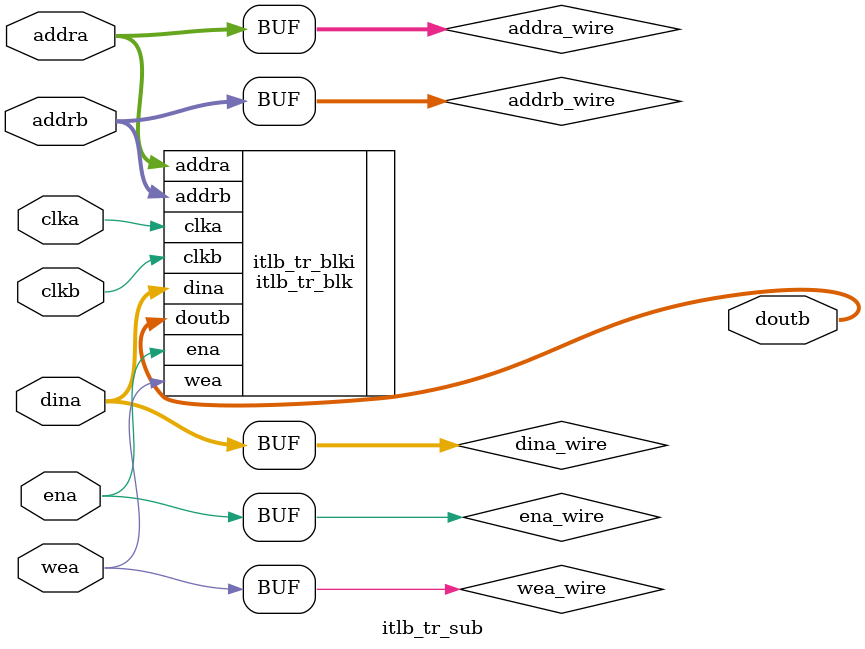
<source format=v>
/*******************************************************************************
*     This file is owned and controlled by Xilinx and must be used             *
*     solely for design, simulation, implementation and creation of            *
*     design files limited to Xilinx devices or technologies. Use              *
*     with non-Xilinx devices or technologies is expressly prohibited          *
*     and immediately terminates your license.                                 *
*                                                                              *
*     XILINX IS PROVIDING THIS DESIGN, CODE, OR INFORMATION "AS IS"            *
*     SOLELY FOR USE IN DEVELOPING PROGRAMS AND SOLUTIONS FOR                  *
*     XILINX DEVICES.  BY PROVIDING THIS DESIGN, CODE, OR INFORMATION          *
*     AS ONE POSSIBLE IMPLEMENTATION OF THIS FEATURE, APPLICATION              *
*     OR STANDARD, XILINX IS MAKING NO REPRESENTATION THAT THIS                *
*     IMPLEMENTATION IS FREE FROM ANY CLAIMS OF INFRINGEMENT,                  *
*     AND YOU ARE RESPONSIBLE FOR OBTAINING ANY RIGHTS YOU MAY REQUIRE         *
*     FOR YOUR IMPLEMENTATION.  XILINX EXPRESSLY DISCLAIMS ANY                 *
*     WARRANTY WHATSOEVER WITH RESPECT TO THE ADEQUACY OF THE                  *
*     IMPLEMENTATION, INCLUDING BUT NOT LIMITED TO ANY WARRANTIES OR           *
*     REPRESENTATIONS THAT THIS IMPLEMENTATION IS FREE FROM CLAIMS OF          *
*     INFRINGEMENT, IMPLIED WARRANTIES OF MERCHANTABILITY AND FITNESS          *
*     FOR A PARTICULAR PURPOSE.                                                *
*                                                                              *
*     Xilinx products are not intended for use in life support                 *
*     appliances, devices, or systems. Use in such applications are            *
*     expressly prohibited.                                                    *
*                                                                              *
*     (c) Copyright 1995-2009 Xilinx, Inc.                                     *
*     All rights reserved.                                                     *
*******************************************************************************/
// The synthesis directives "translate_off/translate_on" specified below are
// supported by Xilinx, Mentor Graphics and Synplicity synthesis
// tools. Ensure they are correct for your synthesis tool(s).

// You must compile the wrapper file itlb_tr_blk.v when simulating
// the core, itlb_tr_blk. When compiling the wrapper file, be sure to
// reference the XilinxCoreLib Verilog simulation library. For detailed
// instructions, please refer to the "CORE Generator Help".

`timescale 1ns/1ps

module itlb_tr_sub(
	clka,
	ena,
	wea,
	addra,
	dina,
	clkb,
	addrb,
	doutb);


input clka;
input ena;
input [0 : 0] wea;
input [5 : 0] addra;
input [21 : 0] dina;
input clkb;
input [5 : 0] addrb;
output [21 : 0] doutb;

wire ena_wire;
wire [0 : 0] wea_wire;
wire [5 : 0] addra_wire;
wire [21 : 0] dina_wire;
wire [5 : 0] addrb_wire;

assign ena_wire = ena;
assign wea_wire = wea;
assign addra_wire = addra;
assign dina_wire = dina;
assign addrb_wire = addrb;

itlb_tr_blk itlb_tr_blki(
	.clka(clka),
	.ena(ena_wire),
	.wea(wea_wire),
	.addra(addra_wire),
	.dina(dina_wire),
	.clkb(clkb),
	.addrb(addrb_wire),
	.doutb(doutb));

endmodule


</source>
